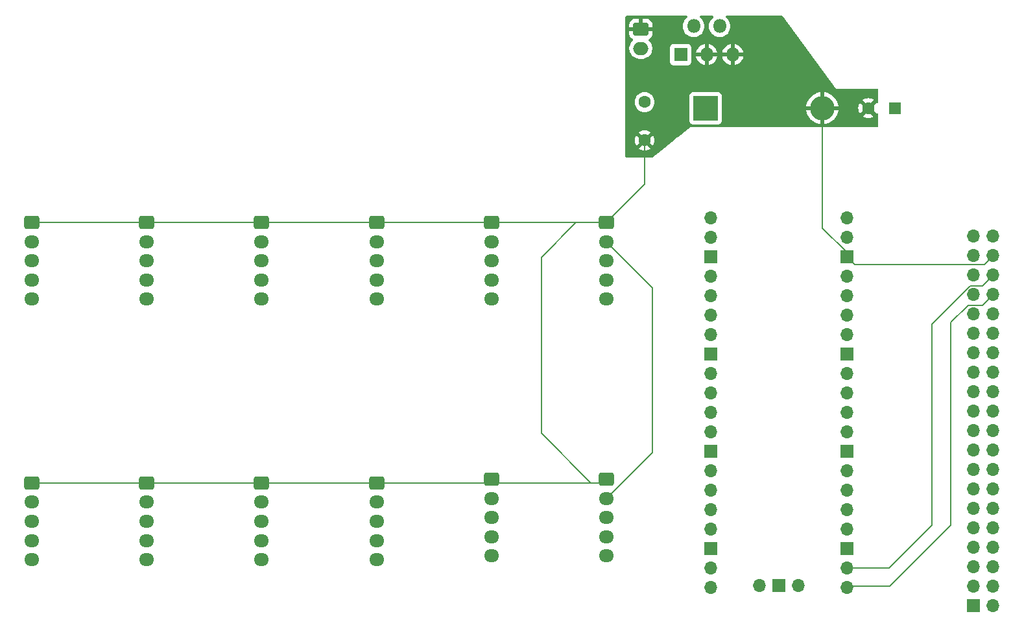
<source format=gbr>
%TF.GenerationSoftware,KiCad,Pcbnew,8.0.8-8.0.8-0~ubuntu24.04.1*%
%TF.CreationDate,2025-05-21T16:34:38-05:00*%
%TF.ProjectId,wasabi,77617361-6269-42e6-9b69-6361645f7063,rev?*%
%TF.SameCoordinates,Original*%
%TF.FileFunction,Copper,L2,Bot*%
%TF.FilePolarity,Positive*%
%FSLAX46Y46*%
G04 Gerber Fmt 4.6, Leading zero omitted, Abs format (unit mm)*
G04 Created by KiCad (PCBNEW 8.0.8-8.0.8-0~ubuntu24.04.1) date 2025-05-21 16:34:38*
%MOMM*%
%LPD*%
G01*
G04 APERTURE LIST*
G04 Aperture macros list*
%AMRoundRect*
0 Rectangle with rounded corners*
0 $1 Rounding radius*
0 $2 $3 $4 $5 $6 $7 $8 $9 X,Y pos of 4 corners*
0 Add a 4 corners polygon primitive as box body*
4,1,4,$2,$3,$4,$5,$6,$7,$8,$9,$2,$3,0*
0 Add four circle primitives for the rounded corners*
1,1,$1+$1,$2,$3*
1,1,$1+$1,$4,$5*
1,1,$1+$1,$6,$7*
1,1,$1+$1,$8,$9*
0 Add four rect primitives between the rounded corners*
20,1,$1+$1,$2,$3,$4,$5,0*
20,1,$1+$1,$4,$5,$6,$7,0*
20,1,$1+$1,$6,$7,$8,$9,0*
20,1,$1+$1,$8,$9,$2,$3,0*%
G04 Aperture macros list end*
%TA.AperFunction,ComponentPad*%
%ADD10R,1.700000X1.700000*%
%TD*%
%TA.AperFunction,ComponentPad*%
%ADD11O,1.700000X1.700000*%
%TD*%
%TA.AperFunction,ComponentPad*%
%ADD12RoundRect,0.250000X-0.725000X0.600000X-0.725000X-0.600000X0.725000X-0.600000X0.725000X0.600000X0*%
%TD*%
%TA.AperFunction,ComponentPad*%
%ADD13O,1.950000X1.700000*%
%TD*%
%TA.AperFunction,ComponentPad*%
%ADD14R,1.600000X1.600000*%
%TD*%
%TA.AperFunction,ComponentPad*%
%ADD15C,1.600000*%
%TD*%
%TA.AperFunction,ComponentPad*%
%ADD16R,1.800000X1.800000*%
%TD*%
%TA.AperFunction,ComponentPad*%
%ADD17O,1.800000X1.800000*%
%TD*%
%TA.AperFunction,ComponentPad*%
%ADD18R,3.200000X3.200000*%
%TD*%
%TA.AperFunction,ComponentPad*%
%ADD19O,3.200000X3.200000*%
%TD*%
%TA.AperFunction,ComponentPad*%
%ADD20RoundRect,0.250000X-0.750000X0.600000X-0.750000X-0.600000X0.750000X-0.600000X0.750000X0.600000X0*%
%TD*%
%TA.AperFunction,ComponentPad*%
%ADD21O,2.000000X1.700000*%
%TD*%
%TA.AperFunction,Conductor*%
%ADD22C,0.200000*%
%TD*%
G04 APERTURE END LIST*
D10*
%TO.P,J2,1,3.3V*%
%TO.N,unconnected-(J2-3.3V-Pad1)*%
X212960000Y-139500000D03*
D11*
%TO.P,J2,2,5V*%
%TO.N,unconnected-(J2-5V-Pad2)*%
X215500000Y-139500000D03*
%TO.P,J2,3,GPIO2*%
%TO.N,unconnected-(J2-GPIO2-Pad3)*%
X212960000Y-136960000D03*
%TO.P,J2,4,5V*%
%TO.N,+5V*%
X215500000Y-136960000D03*
%TO.P,J2,5,GPIO3*%
%TO.N,unconnected-(J2-GPIO3-Pad5)*%
X212960000Y-134420000D03*
%TO.P,J2,6,GND*%
%TO.N,GND*%
X215500000Y-134420000D03*
%TO.P,J2,7,GPIO4*%
%TO.N,unconnected-(J2-GPIO4-Pad7)*%
X212960000Y-131880000D03*
%TO.P,J2,8,GPIO14*%
%TO.N,Net-(J2-GPIO14)*%
X215500000Y-131880000D03*
%TO.P,J2,9,GND*%
%TO.N,unconnected-(J2-GND-Pad9)*%
X212960000Y-129340000D03*
%TO.P,J2,10,GPIO15*%
%TO.N,Net-(J2-GPIO15)*%
X215500000Y-129340000D03*
%TO.P,J2,11,GPIO17*%
%TO.N,unconnected-(J2-GPIO17-Pad11)*%
X212960000Y-126800000D03*
%TO.P,J2,12,GPIO18*%
%TO.N,unconnected-(J2-GPIO18-Pad12)*%
X215500000Y-126800000D03*
%TO.P,J2,13,GPIO27*%
%TO.N,unconnected-(J2-GPIO27-Pad13)*%
X212960000Y-124260000D03*
%TO.P,J2,14,GND*%
%TO.N,unconnected-(J2-GND-Pad14)*%
X215500000Y-124260000D03*
%TO.P,J2,15,GPIO22*%
%TO.N,unconnected-(J2-GPIO22-Pad15)*%
X212960000Y-121720000D03*
%TO.P,J2,16,GPIO23*%
%TO.N,unconnected-(J2-GPIO23-Pad16)*%
X215500000Y-121720000D03*
%TO.P,J2,17,3.3V*%
%TO.N,unconnected-(J2-3.3V-Pad17)*%
X212960000Y-119180000D03*
%TO.P,J2,18,GPIO24*%
%TO.N,unconnected-(J2-GPIO24-Pad18)*%
X215500000Y-119180000D03*
%TO.P,J2,19,GPIO10*%
%TO.N,unconnected-(J2-GPIO10-Pad19)*%
X212960000Y-116640000D03*
%TO.P,J2,20,GND*%
%TO.N,unconnected-(J2-GND-Pad20)*%
X215500000Y-116640000D03*
%TO.P,J2,21,GPIO9*%
%TO.N,unconnected-(J2-GPIO9-Pad21)*%
X212960000Y-114100000D03*
%TO.P,J2,22,GPIO25*%
%TO.N,unconnected-(J2-GPIO25-Pad22)*%
X215500000Y-114100000D03*
%TO.P,J2,23,GPIO11*%
%TO.N,unconnected-(J2-GPIO11-Pad23)*%
X212960000Y-111560000D03*
%TO.P,J2,24,GPIO8*%
%TO.N,unconnected-(J2-GPIO8-Pad24)*%
X215500000Y-111560000D03*
%TO.P,J2,25,GND*%
%TO.N,unconnected-(J2-GND-Pad25)*%
X212960000Y-109020000D03*
%TO.P,J2,26,GPIO7*%
%TO.N,unconnected-(J2-GPIO7-Pad26)*%
X215500000Y-109020000D03*
%TO.P,J2,27,ID_SD*%
%TO.N,unconnected-(J2-ID_SD-Pad27)*%
X212960000Y-106480000D03*
%TO.P,J2,28,ID_SC*%
%TO.N,unconnected-(J2-ID_SC-Pad28)*%
X215500000Y-106480000D03*
%TO.P,J2,29,GPIO5*%
%TO.N,unconnected-(J2-GPIO5-Pad29)*%
X212960000Y-103940000D03*
%TO.P,J2,30,GND*%
%TO.N,unconnected-(J2-GND-Pad30)*%
X215500000Y-103940000D03*
%TO.P,J2,31,GPIO6*%
%TO.N,unconnected-(J2-GPIO6-Pad31)*%
X212960000Y-101400000D03*
%TO.P,J2,32,GPIO12*%
%TO.N,unconnected-(J2-GPIO12-Pad32)*%
X215500000Y-101400000D03*
%TO.P,J2,33,GPIO13*%
%TO.N,unconnected-(J2-GPIO13-Pad33)*%
X212960000Y-98860000D03*
%TO.P,J2,34,GND*%
%TO.N,unconnected-(J2-GND-Pad34)*%
X215500000Y-98860000D03*
%TO.P,J2,35,GPIO19*%
%TO.N,unconnected-(J2-GPIO19-Pad35)*%
X212960000Y-96320000D03*
%TO.P,J2,36,GPIO16*%
%TO.N,unconnected-(J2-GPIO16-Pad36)*%
X215500000Y-96320000D03*
%TO.P,J2,37,GPIO26*%
%TO.N,unconnected-(J2-GPIO26-Pad37)*%
X212960000Y-93780000D03*
%TO.P,J2,38,GPIO20*%
%TO.N,unconnected-(J2-GPIO20-Pad38)*%
X215500000Y-93780000D03*
%TO.P,J2,39,GND*%
%TO.N,unconnected-(J2-GND-Pad39)*%
X212960000Y-91240000D03*
%TO.P,J2,40,GPIO21*%
%TO.N,unconnected-(J2-GPIO21-Pad40)*%
X215500000Y-91240000D03*
%TD*%
D12*
%TO.P,J12,1,Pin_1*%
%TO.N,GND*%
X135000000Y-123500000D03*
D13*
%TO.P,J12,2,Pin_2*%
%TO.N,+24V*%
X135000000Y-126000000D03*
%TO.P,J12,3,Pin_3*%
%TO.N,+5V*%
X135000000Y-128500000D03*
%TO.P,J12,4,Pin_4*%
%TO.N,Net-(J12-Pin_4)*%
X135000000Y-131000000D03*
%TO.P,J12,5,Pin_5*%
%TO.N,Net-(J12-Pin_5)*%
X135000000Y-133500000D03*
%TD*%
D12*
%TO.P,J5,1,Pin_1*%
%TO.N,GND*%
X135000000Y-89500000D03*
D13*
%TO.P,J5,2,Pin_2*%
%TO.N,+24V*%
X135000000Y-92000000D03*
%TO.P,J5,3,Pin_3*%
%TO.N,+5V*%
X135000000Y-94500000D03*
%TO.P,J5,4,Pin_4*%
%TO.N,Net-(J5-Pin_4)*%
X135000000Y-97000000D03*
%TO.P,J5,5,Pin_5*%
%TO.N,Net-(J5-Pin_5)*%
X135000000Y-99500000D03*
%TD*%
D11*
%TO.P,U2,1,GPIO0*%
%TO.N,Net-(J4-Pin_4)*%
X178610000Y-88870000D03*
%TO.P,U2,2,GPIO1*%
%TO.N,Net-(J4-Pin_5)*%
X178610000Y-91410000D03*
D10*
%TO.P,U2,3,GND*%
%TO.N,unconnected-(U2-GND-Pad3)*%
X178610000Y-93950000D03*
D11*
%TO.P,U2,4,GPIO2*%
%TO.N,Net-(J3-Pin_4)*%
X178610000Y-96490000D03*
%TO.P,U2,5,GPIO3*%
%TO.N,Net-(J3-Pin_5)*%
X178610000Y-99030000D03*
%TO.P,U2,6,GPIO4*%
%TO.N,Net-(J5-Pin_4)*%
X178610000Y-101570000D03*
%TO.P,U2,7,GPIO5*%
%TO.N,Net-(J5-Pin_5)*%
X178610000Y-104110000D03*
D10*
%TO.P,U2,8,GND*%
%TO.N,unconnected-(U2-GND-Pad8)*%
X178610000Y-106650000D03*
D11*
%TO.P,U2,9,GPIO6*%
%TO.N,Net-(J6-Pin_4)*%
X178610000Y-109190000D03*
%TO.P,U2,10,GPIO7*%
%TO.N,Net-(J6-Pin_5)*%
X178610000Y-111730000D03*
%TO.P,U2,11,GPIO8*%
%TO.N,Net-(J7-Pin_4)*%
X178610000Y-114270000D03*
%TO.P,U2,12,GPIO9*%
%TO.N,Net-(J7-Pin_5)*%
X178610000Y-116810000D03*
D10*
%TO.P,U2,13,GND*%
%TO.N,unconnected-(U2-GND-Pad13)*%
X178610000Y-119350000D03*
D11*
%TO.P,U2,14,GPIO10*%
%TO.N,Net-(J8-Pin_4)*%
X178610000Y-121890000D03*
%TO.P,U2,15,GPIO11*%
%TO.N,Net-(J8-Pin_5)*%
X178610000Y-124430000D03*
%TO.P,U2,16,GPIO12*%
%TO.N,Net-(J14-Pin_4)*%
X178610000Y-126970000D03*
%TO.P,U2,17,GPIO13*%
%TO.N,Net-(J14-Pin_5)*%
X178610000Y-129510000D03*
D10*
%TO.P,U2,18,GND*%
%TO.N,unconnected-(U2-GND-Pad18)*%
X178610000Y-132050000D03*
D11*
%TO.P,U2,19,GPIO14*%
%TO.N,Net-(J13-Pin_4)*%
X178610000Y-134590000D03*
%TO.P,U2,20,GPIO15*%
%TO.N,Net-(J13-Pin_5)*%
X178610000Y-137130000D03*
%TO.P,U2,21,GPIO16*%
%TO.N,Net-(J2-GPIO15)*%
X196390000Y-137130000D03*
%TO.P,U2,22,GPIO17*%
%TO.N,Net-(J2-GPIO14)*%
X196390000Y-134590000D03*
D10*
%TO.P,U2,23,GND*%
%TO.N,unconnected-(U2-GND-Pad23)*%
X196390000Y-132050000D03*
D11*
%TO.P,U2,24,GPIO18*%
%TO.N,Net-(J12-Pin_4)*%
X196390000Y-129510000D03*
%TO.P,U2,25,GPIO19*%
%TO.N,Net-(J12-Pin_5)*%
X196390000Y-126970000D03*
%TO.P,U2,26,GPIO20*%
%TO.N,Net-(J11-Pin_4)*%
X196390000Y-124430000D03*
%TO.P,U2,27,GPIO21*%
%TO.N,Net-(J11-Pin_5)*%
X196390000Y-121890000D03*
D10*
%TO.P,U2,28,GND*%
%TO.N,unconnected-(U2-GND-Pad28)*%
X196390000Y-119350000D03*
D11*
%TO.P,U2,29,GPIO22*%
%TO.N,Net-(J10-Pin_4)*%
X196390000Y-116810000D03*
%TO.P,U2,30,RUN*%
%TO.N,unconnected-(U2-RUN-Pad30)*%
X196390000Y-114270000D03*
%TO.P,U2,31,GPIO26_ADC0*%
%TO.N,Net-(J10-Pin_5)*%
X196390000Y-111730000D03*
%TO.P,U2,32,GPIO27_ADC1*%
%TO.N,Net-(J9-Pin_4)*%
X196390000Y-109190000D03*
D10*
%TO.P,U2,33,AGND*%
%TO.N,unconnected-(U2-AGND-Pad33)*%
X196390000Y-106650000D03*
D11*
%TO.P,U2,34,GPIO28_ADC2*%
%TO.N,Net-(J9-Pin_5)*%
X196390000Y-104110000D03*
%TO.P,U2,35,ADC_VREF*%
%TO.N,unconnected-(U2-ADC_VREF-Pad35)*%
X196390000Y-101570000D03*
%TO.P,U2,36,3V3*%
%TO.N,unconnected-(U2-3V3-Pad36)*%
X196390000Y-99030000D03*
%TO.P,U2,37,3V3_EN*%
%TO.N,unconnected-(U2-3V3_EN-Pad37)*%
X196390000Y-96490000D03*
D10*
%TO.P,U2,38,GND*%
%TO.N,GND*%
X196390000Y-93950000D03*
D11*
%TO.P,U2,39,VSYS*%
%TO.N,+5V*%
X196390000Y-91410000D03*
%TO.P,U2,40,VBUS*%
%TO.N,unconnected-(U2-VBUS-Pad40)*%
X196390000Y-88870000D03*
%TO.P,U2,41,SWCLK*%
%TO.N,unconnected-(U2-SWCLK-Pad41)*%
X184960000Y-136900000D03*
D10*
%TO.P,U2,42,GND*%
%TO.N,unconnected-(U2-GND-Pad42)*%
X187500000Y-136900000D03*
D11*
%TO.P,U2,43,SWDIO*%
%TO.N,unconnected-(U2-SWDIO-Pad43)*%
X190040000Y-136900000D03*
%TD*%
D14*
%TO.P,C2,1*%
%TO.N,+5V*%
X202700000Y-74550000D03*
D15*
%TO.P,C2,2*%
%TO.N,GND*%
X199200000Y-74550000D03*
%TD*%
D12*
%TO.P,J13,1,Pin_1*%
%TO.N,GND*%
X150000000Y-123000000D03*
D13*
%TO.P,J13,2,Pin_2*%
%TO.N,+24V*%
X150000000Y-125500000D03*
%TO.P,J13,3,Pin_3*%
%TO.N,+5V*%
X150000000Y-128000000D03*
%TO.P,J13,4,Pin_4*%
%TO.N,Net-(J13-Pin_4)*%
X150000000Y-130500000D03*
%TO.P,J13,5,Pin_5*%
%TO.N,Net-(J13-Pin_5)*%
X150000000Y-133000000D03*
%TD*%
D15*
%TO.P,C1,1*%
%TO.N,+24V*%
X170000000Y-73750000D03*
%TO.P,C1,2*%
%TO.N,GND*%
X170000000Y-78750000D03*
%TD*%
D12*
%TO.P,J3,1,Pin_1*%
%TO.N,GND*%
X150000000Y-89500000D03*
D13*
%TO.P,J3,2,Pin_2*%
%TO.N,+24V*%
X150000000Y-92000000D03*
%TO.P,J3,3,Pin_3*%
%TO.N,+5V*%
X150000000Y-94500000D03*
%TO.P,J3,4,Pin_4*%
%TO.N,Net-(J3-Pin_4)*%
X150000000Y-97000000D03*
%TO.P,J3,5,Pin_5*%
%TO.N,Net-(J3-Pin_5)*%
X150000000Y-99500000D03*
%TD*%
D12*
%TO.P,J8,1,Pin_1*%
%TO.N,GND*%
X90000000Y-89500000D03*
D13*
%TO.P,J8,2,Pin_2*%
%TO.N,+24V*%
X90000000Y-92000000D03*
%TO.P,J8,3,Pin_3*%
%TO.N,+5V*%
X90000000Y-94500000D03*
%TO.P,J8,4,Pin_4*%
%TO.N,Net-(J8-Pin_4)*%
X90000000Y-97000000D03*
%TO.P,J8,5,Pin_5*%
%TO.N,Net-(J8-Pin_5)*%
X90000000Y-99500000D03*
%TD*%
D16*
%TO.P,U1,1,VIN*%
%TO.N,+24V*%
X174700000Y-67550000D03*
D17*
%TO.P,U1,2,OUT*%
%TO.N,Net-(D1-K)*%
X176400000Y-63850000D03*
%TO.P,U1,3,GND*%
%TO.N,GND*%
X178100000Y-67550000D03*
%TO.P,U1,4,FB*%
%TO.N,+5V*%
X179800000Y-63850000D03*
%TO.P,U1,5,~{ON}/OFF*%
%TO.N,GND*%
X181500000Y-67550000D03*
%TD*%
D12*
%TO.P,J11,1,Pin_1*%
%TO.N,GND*%
X120000000Y-123500000D03*
D13*
%TO.P,J11,2,Pin_2*%
%TO.N,+24V*%
X120000000Y-126000000D03*
%TO.P,J11,3,Pin_3*%
%TO.N,+5V*%
X120000000Y-128500000D03*
%TO.P,J11,4,Pin_4*%
%TO.N,Net-(J11-Pin_4)*%
X120000000Y-131000000D03*
%TO.P,J11,5,Pin_5*%
%TO.N,Net-(J11-Pin_5)*%
X120000000Y-133500000D03*
%TD*%
D12*
%TO.P,J4,1,Pin_1*%
%TO.N,GND*%
X165000000Y-89500000D03*
D13*
%TO.P,J4,2,Pin_2*%
%TO.N,+24V*%
X165000000Y-92000000D03*
%TO.P,J4,3,Pin_3*%
%TO.N,+5V*%
X165000000Y-94500000D03*
%TO.P,J4,4,Pin_4*%
%TO.N,Net-(J4-Pin_4)*%
X165000000Y-97000000D03*
%TO.P,J4,5,Pin_5*%
%TO.N,Net-(J4-Pin_5)*%
X165000000Y-99500000D03*
%TD*%
D18*
%TO.P,D1,1,K*%
%TO.N,Net-(D1-K)*%
X177960000Y-74550000D03*
D19*
%TO.P,D1,2,A*%
%TO.N,GND*%
X193200000Y-74550000D03*
%TD*%
D12*
%TO.P,J6,1,Pin_1*%
%TO.N,GND*%
X120000000Y-89500000D03*
D13*
%TO.P,J6,2,Pin_2*%
%TO.N,+24V*%
X120000000Y-92000000D03*
%TO.P,J6,3,Pin_3*%
%TO.N,+5V*%
X120000000Y-94500000D03*
%TO.P,J6,4,Pin_4*%
%TO.N,Net-(J6-Pin_4)*%
X120000000Y-97000000D03*
%TO.P,J6,5,Pin_5*%
%TO.N,Net-(J6-Pin_5)*%
X120000000Y-99500000D03*
%TD*%
D12*
%TO.P,J9,1,Pin_1*%
%TO.N,GND*%
X90000000Y-123500000D03*
D13*
%TO.P,J9,2,Pin_2*%
%TO.N,+24V*%
X90000000Y-126000000D03*
%TO.P,J9,3,Pin_3*%
%TO.N,+5V*%
X90000000Y-128500000D03*
%TO.P,J9,4,Pin_4*%
%TO.N,Net-(J9-Pin_4)*%
X90000000Y-131000000D03*
%TO.P,J9,5,Pin_5*%
%TO.N,Net-(J9-Pin_5)*%
X90000000Y-133500000D03*
%TD*%
D12*
%TO.P,J10,1,Pin_1*%
%TO.N,GND*%
X105000000Y-123500000D03*
D13*
%TO.P,J10,2,Pin_2*%
%TO.N,+24V*%
X105000000Y-126000000D03*
%TO.P,J10,3,Pin_3*%
%TO.N,+5V*%
X105000000Y-128500000D03*
%TO.P,J10,4,Pin_4*%
%TO.N,Net-(J10-Pin_4)*%
X105000000Y-131000000D03*
%TO.P,J10,5,Pin_5*%
%TO.N,Net-(J10-Pin_5)*%
X105000000Y-133500000D03*
%TD*%
D20*
%TO.P,J1,1,Pin_1*%
%TO.N,GND*%
X169500000Y-64250000D03*
D21*
%TO.P,J1,2,Pin_2*%
%TO.N,+24V*%
X169500000Y-66750000D03*
%TD*%
D12*
%TO.P,J7,1,Pin_1*%
%TO.N,GND*%
X105000000Y-89500000D03*
D13*
%TO.P,J7,2,Pin_2*%
%TO.N,+24V*%
X105000000Y-92000000D03*
%TO.P,J7,3,Pin_3*%
%TO.N,+5V*%
X105000000Y-94500000D03*
%TO.P,J7,4,Pin_4*%
%TO.N,Net-(J7-Pin_4)*%
X105000000Y-97000000D03*
%TO.P,J7,5,Pin_5*%
%TO.N,Net-(J7-Pin_5)*%
X105000000Y-99500000D03*
%TD*%
D12*
%TO.P,J14,1,Pin_1*%
%TO.N,GND*%
X165000000Y-123000000D03*
D13*
%TO.P,J14,2,Pin_2*%
%TO.N,+24V*%
X165000000Y-125500000D03*
%TO.P,J14,3,Pin_3*%
%TO.N,+5V*%
X165000000Y-128000000D03*
%TO.P,J14,4,Pin_4*%
%TO.N,Net-(J14-Pin_4)*%
X165000000Y-130500000D03*
%TO.P,J14,5,Pin_5*%
%TO.N,Net-(J14-Pin_5)*%
X165000000Y-133000000D03*
%TD*%
D22*
%TO.N,+24V*%
X165000000Y-92000000D02*
X171000000Y-98000000D01*
X171000000Y-119500000D02*
X165000000Y-125500000D01*
X171000000Y-98000000D02*
X171000000Y-119500000D01*
%TO.N,GND*%
X163000000Y-123500000D02*
X164500000Y-123500000D01*
X90000000Y-89500000D02*
X165000000Y-89500000D01*
X165000000Y-89500000D02*
X161000000Y-89500000D01*
X170000000Y-78750000D02*
X170000000Y-84500000D01*
X193200000Y-90200000D02*
X193200000Y-74550000D01*
X164500000Y-123500000D02*
X165000000Y-123000000D01*
X196390000Y-93390000D02*
X193200000Y-90200000D01*
X197410000Y-94970000D02*
X196390000Y-93950000D01*
X196390000Y-93950000D02*
X196390000Y-93390000D01*
X170000000Y-84500000D02*
X165000000Y-89500000D01*
X156500000Y-94000000D02*
X156500000Y-117000000D01*
X90000000Y-123500000D02*
X163000000Y-123500000D01*
X161000000Y-89500000D02*
X156500000Y-94000000D01*
X156500000Y-117000000D02*
X163000000Y-123500000D01*
X215540000Y-93820000D02*
X214390000Y-94970000D01*
X214390000Y-94970000D02*
X197410000Y-94970000D01*
%TO.N,Net-(J2-GPIO14)*%
X207500000Y-102773654D02*
X212523654Y-97750000D01*
X201910000Y-134590000D02*
X207500000Y-129000000D01*
X214150000Y-97750000D02*
X215540000Y-96360000D01*
X207500000Y-129000000D02*
X207500000Y-102773654D01*
X212523654Y-97750000D02*
X214150000Y-97750000D01*
X196390000Y-134590000D02*
X201910000Y-134590000D01*
%TO.N,Net-(J2-GPIO15)*%
X212210000Y-100290000D02*
X210000000Y-102500000D01*
X196520000Y-137000000D02*
X196390000Y-137130000D01*
X202000000Y-137000000D02*
X196520000Y-137000000D01*
X214150000Y-100290000D02*
X212210000Y-100290000D01*
X215540000Y-98900000D02*
X214150000Y-100290000D01*
X210000000Y-129000000D02*
X202000000Y-137000000D01*
X210000000Y-102500000D02*
X210000000Y-129000000D01*
%TD*%
%TA.AperFunction,Conductor*%
%TO.N,GND*%
G36*
X175560164Y-62519685D02*
G01*
X175605919Y-62572489D01*
X175615863Y-62641647D01*
X175586838Y-62705203D01*
X175569287Y-62721853D01*
X175448222Y-62816081D01*
X175448219Y-62816084D01*
X175291016Y-62986852D01*
X175164075Y-63181151D01*
X175070842Y-63393699D01*
X175013866Y-63618691D01*
X175013864Y-63618702D01*
X174994700Y-63849993D01*
X174994700Y-63850006D01*
X175013864Y-64081297D01*
X175013866Y-64081308D01*
X175070842Y-64306300D01*
X175164075Y-64518848D01*
X175291016Y-64713147D01*
X175291019Y-64713151D01*
X175291021Y-64713153D01*
X175448216Y-64883913D01*
X175448219Y-64883915D01*
X175448222Y-64883918D01*
X175631365Y-65026464D01*
X175631371Y-65026468D01*
X175631374Y-65026470D01*
X175835497Y-65136936D01*
X175949487Y-65176068D01*
X176055015Y-65212297D01*
X176055017Y-65212297D01*
X176055019Y-65212298D01*
X176283951Y-65250500D01*
X176283952Y-65250500D01*
X176516048Y-65250500D01*
X176516049Y-65250500D01*
X176744981Y-65212298D01*
X176964503Y-65136936D01*
X177168626Y-65026470D01*
X177351784Y-64883913D01*
X177508979Y-64713153D01*
X177635924Y-64518849D01*
X177729157Y-64306300D01*
X177786134Y-64081305D01*
X177786135Y-64081297D01*
X177805300Y-63850006D01*
X177805300Y-63849993D01*
X177786135Y-63618702D01*
X177786133Y-63618691D01*
X177729157Y-63393699D01*
X177635924Y-63181151D01*
X177508983Y-62986852D01*
X177508980Y-62986849D01*
X177508979Y-62986847D01*
X177351784Y-62816087D01*
X177351779Y-62816083D01*
X177351777Y-62816081D01*
X177230713Y-62721853D01*
X177189900Y-62665143D01*
X177186225Y-62595370D01*
X177220857Y-62534687D01*
X177282798Y-62502360D01*
X177306875Y-62500000D01*
X178893125Y-62500000D01*
X178960164Y-62519685D01*
X179005919Y-62572489D01*
X179015863Y-62641647D01*
X178986838Y-62705203D01*
X178969287Y-62721853D01*
X178848222Y-62816081D01*
X178848219Y-62816084D01*
X178691016Y-62986852D01*
X178564075Y-63181151D01*
X178470842Y-63393699D01*
X178413866Y-63618691D01*
X178413864Y-63618702D01*
X178394700Y-63849993D01*
X178394700Y-63850006D01*
X178413864Y-64081297D01*
X178413866Y-64081308D01*
X178470842Y-64306300D01*
X178564075Y-64518848D01*
X178691016Y-64713147D01*
X178691019Y-64713151D01*
X178691021Y-64713153D01*
X178848216Y-64883913D01*
X178848219Y-64883915D01*
X178848222Y-64883918D01*
X179031365Y-65026464D01*
X179031371Y-65026468D01*
X179031374Y-65026470D01*
X179235497Y-65136936D01*
X179349487Y-65176068D01*
X179455015Y-65212297D01*
X179455017Y-65212297D01*
X179455019Y-65212298D01*
X179683951Y-65250500D01*
X179683952Y-65250500D01*
X179916048Y-65250500D01*
X179916049Y-65250500D01*
X180144981Y-65212298D01*
X180364503Y-65136936D01*
X180568626Y-65026470D01*
X180751784Y-64883913D01*
X180908979Y-64713153D01*
X181035924Y-64518849D01*
X181129157Y-64306300D01*
X181186134Y-64081305D01*
X181186135Y-64081297D01*
X181205300Y-63850006D01*
X181205300Y-63849993D01*
X181186135Y-63618702D01*
X181186133Y-63618691D01*
X181129157Y-63393699D01*
X181035924Y-63181151D01*
X180908983Y-62986852D01*
X180908980Y-62986849D01*
X180908979Y-62986847D01*
X180751784Y-62816087D01*
X180751779Y-62816083D01*
X180751777Y-62816081D01*
X180630713Y-62721853D01*
X180589900Y-62665143D01*
X180586225Y-62595370D01*
X180620857Y-62534687D01*
X180682798Y-62502360D01*
X180706875Y-62500000D01*
X187937342Y-62500000D01*
X188004381Y-62519685D01*
X188037167Y-62550441D01*
X195000000Y-72000000D01*
X200376000Y-72000000D01*
X200443039Y-72019685D01*
X200488794Y-72072489D01*
X200500000Y-72124000D01*
X200500000Y-73746833D01*
X200480315Y-73813872D01*
X200427511Y-73859627D01*
X200358353Y-73869571D01*
X200294797Y-73840546D01*
X200280463Y-73824652D01*
X200279025Y-73824526D01*
X199600000Y-74503551D01*
X199600000Y-74497339D01*
X199572741Y-74395606D01*
X199520080Y-74304394D01*
X199445606Y-74229920D01*
X199354394Y-74177259D01*
X199252661Y-74150000D01*
X199246445Y-74150000D01*
X199925472Y-73470974D01*
X199852478Y-73419863D01*
X199646331Y-73323735D01*
X199646317Y-73323730D01*
X199426610Y-73264860D01*
X199426599Y-73264858D01*
X199200002Y-73245034D01*
X199199998Y-73245034D01*
X198973400Y-73264858D01*
X198973389Y-73264860D01*
X198753682Y-73323730D01*
X198753673Y-73323734D01*
X198547516Y-73419866D01*
X198547512Y-73419868D01*
X198474526Y-73470973D01*
X198474526Y-73470974D01*
X199153553Y-74150000D01*
X199147339Y-74150000D01*
X199045606Y-74177259D01*
X198954394Y-74229920D01*
X198879920Y-74304394D01*
X198827259Y-74395606D01*
X198800000Y-74497339D01*
X198800000Y-74503552D01*
X198120974Y-73824526D01*
X198120973Y-73824526D01*
X198069868Y-73897512D01*
X198069866Y-73897516D01*
X197973734Y-74103673D01*
X197973730Y-74103682D01*
X197914860Y-74323389D01*
X197914858Y-74323400D01*
X197895034Y-74549997D01*
X197895034Y-74550002D01*
X197914858Y-74776599D01*
X197914860Y-74776610D01*
X197973730Y-74996317D01*
X197973735Y-74996331D01*
X198069863Y-75202478D01*
X198120974Y-75275472D01*
X198800000Y-74596446D01*
X198800000Y-74602661D01*
X198827259Y-74704394D01*
X198879920Y-74795606D01*
X198954394Y-74870080D01*
X199045606Y-74922741D01*
X199147339Y-74950000D01*
X199153553Y-74950000D01*
X198474526Y-75629025D01*
X198547513Y-75680132D01*
X198547521Y-75680136D01*
X198753668Y-75776264D01*
X198753682Y-75776269D01*
X198973389Y-75835139D01*
X198973400Y-75835141D01*
X199199998Y-75854966D01*
X199200002Y-75854966D01*
X199426599Y-75835141D01*
X199426610Y-75835139D01*
X199646317Y-75776269D01*
X199646331Y-75776264D01*
X199852478Y-75680136D01*
X199925471Y-75629024D01*
X199246447Y-74950000D01*
X199252661Y-74950000D01*
X199354394Y-74922741D01*
X199445606Y-74870080D01*
X199520080Y-74795606D01*
X199572741Y-74704394D01*
X199600000Y-74602661D01*
X199600000Y-74596447D01*
X200279025Y-75275472D01*
X200283086Y-75275116D01*
X200329003Y-75238415D01*
X200398502Y-75231223D01*
X200460856Y-75262746D01*
X200496269Y-75322976D01*
X200500000Y-75353164D01*
X200500000Y-76876000D01*
X200480315Y-76943039D01*
X200427511Y-76988794D01*
X200376000Y-77000000D01*
X176000000Y-77000000D01*
X175345338Y-77523730D01*
X175345333Y-77523734D01*
X175225168Y-77619866D01*
X174719343Y-78024526D01*
X174370398Y-78303682D01*
X174254443Y-78396446D01*
X173529238Y-78976610D01*
X172181293Y-80054966D01*
X171033965Y-80972828D01*
X170969319Y-80999336D01*
X170956503Y-81000000D01*
X167624000Y-81000000D01*
X167556961Y-80980315D01*
X167511206Y-80927511D01*
X167500000Y-80876000D01*
X167500000Y-78749997D01*
X168695034Y-78749997D01*
X168695034Y-78750002D01*
X168714858Y-78976599D01*
X168714860Y-78976610D01*
X168773730Y-79196317D01*
X168773735Y-79196331D01*
X168869863Y-79402478D01*
X168920974Y-79475472D01*
X169600000Y-78796446D01*
X169600000Y-78802661D01*
X169627259Y-78904394D01*
X169679920Y-78995606D01*
X169754394Y-79070080D01*
X169845606Y-79122741D01*
X169947339Y-79150000D01*
X169953553Y-79150000D01*
X169274526Y-79829025D01*
X169347513Y-79880132D01*
X169347521Y-79880136D01*
X169553668Y-79976264D01*
X169553682Y-79976269D01*
X169773389Y-80035139D01*
X169773400Y-80035141D01*
X169999998Y-80054966D01*
X170000002Y-80054966D01*
X170226599Y-80035141D01*
X170226610Y-80035139D01*
X170446317Y-79976269D01*
X170446331Y-79976264D01*
X170652478Y-79880136D01*
X170725471Y-79829024D01*
X170046447Y-79150000D01*
X170052661Y-79150000D01*
X170154394Y-79122741D01*
X170245606Y-79070080D01*
X170320080Y-78995606D01*
X170372741Y-78904394D01*
X170400000Y-78802661D01*
X170400000Y-78796447D01*
X171079024Y-79475471D01*
X171130136Y-79402478D01*
X171226264Y-79196331D01*
X171226269Y-79196317D01*
X171285139Y-78976610D01*
X171285141Y-78976599D01*
X171304966Y-78750002D01*
X171304966Y-78749997D01*
X171285141Y-78523400D01*
X171285139Y-78523389D01*
X171226269Y-78303682D01*
X171226264Y-78303668D01*
X171130136Y-78097521D01*
X171130132Y-78097513D01*
X171079025Y-78024526D01*
X170400000Y-78703551D01*
X170400000Y-78697339D01*
X170372741Y-78595606D01*
X170320080Y-78504394D01*
X170245606Y-78429920D01*
X170154394Y-78377259D01*
X170052661Y-78350000D01*
X170046445Y-78350000D01*
X170725472Y-77670974D01*
X170652478Y-77619863D01*
X170446331Y-77523735D01*
X170446317Y-77523730D01*
X170226610Y-77464860D01*
X170226599Y-77464858D01*
X170000002Y-77445034D01*
X169999998Y-77445034D01*
X169773400Y-77464858D01*
X169773389Y-77464860D01*
X169553682Y-77523730D01*
X169553673Y-77523734D01*
X169347516Y-77619866D01*
X169347512Y-77619868D01*
X169274526Y-77670973D01*
X169274526Y-77670974D01*
X169953553Y-78350000D01*
X169947339Y-78350000D01*
X169845606Y-78377259D01*
X169754394Y-78429920D01*
X169679920Y-78504394D01*
X169627259Y-78595606D01*
X169600000Y-78697339D01*
X169600000Y-78703552D01*
X168920974Y-78024526D01*
X168920973Y-78024526D01*
X168869868Y-78097512D01*
X168869866Y-78097516D01*
X168773734Y-78303673D01*
X168773730Y-78303682D01*
X168714860Y-78523389D01*
X168714858Y-78523400D01*
X168695034Y-78749997D01*
X167500000Y-78749997D01*
X167500000Y-73749998D01*
X168694532Y-73749998D01*
X168694532Y-73750001D01*
X168714364Y-73976686D01*
X168714366Y-73976697D01*
X168773258Y-74196488D01*
X168773261Y-74196497D01*
X168869431Y-74402732D01*
X168869432Y-74402734D01*
X168999954Y-74589141D01*
X169160858Y-74750045D01*
X169160861Y-74750047D01*
X169347266Y-74880568D01*
X169553504Y-74976739D01*
X169773308Y-75035635D01*
X169935230Y-75049801D01*
X169999998Y-75055468D01*
X170000000Y-75055468D01*
X170000002Y-75055468D01*
X170056673Y-75050509D01*
X170226692Y-75035635D01*
X170446496Y-74976739D01*
X170652734Y-74880568D01*
X170839139Y-74750047D01*
X171000047Y-74589139D01*
X171130568Y-74402734D01*
X171226739Y-74196496D01*
X171285635Y-73976692D01*
X171305468Y-73750000D01*
X171285635Y-73523308D01*
X171226739Y-73303504D01*
X171130568Y-73097266D01*
X171000047Y-72910861D01*
X171000045Y-72910858D01*
X170991322Y-72902135D01*
X175859500Y-72902135D01*
X175859500Y-76197870D01*
X175859501Y-76197876D01*
X175865908Y-76257483D01*
X175916202Y-76392328D01*
X175916206Y-76392335D01*
X176002452Y-76507544D01*
X176002455Y-76507547D01*
X176117664Y-76593793D01*
X176117671Y-76593797D01*
X176252517Y-76644091D01*
X176252516Y-76644091D01*
X176259444Y-76644835D01*
X176312127Y-76650500D01*
X179607872Y-76650499D01*
X179667483Y-76644091D01*
X179802331Y-76593796D01*
X179917546Y-76507546D01*
X180003796Y-76392331D01*
X180054091Y-76257483D01*
X180060500Y-76197873D01*
X180060499Y-74299999D01*
X191112192Y-74299999D01*
X191112193Y-74300000D01*
X192437639Y-74300000D01*
X192430743Y-74316649D01*
X192400000Y-74471207D01*
X192400000Y-74628793D01*
X192430743Y-74783351D01*
X192437639Y-74800000D01*
X191112193Y-74800000D01*
X191114697Y-74836619D01*
X191173146Y-75117888D01*
X191173150Y-75117902D01*
X191269355Y-75388595D01*
X191401527Y-75643676D01*
X191567204Y-75878385D01*
X191567204Y-75878386D01*
X191763288Y-76088341D01*
X191986135Y-76269641D01*
X191986146Y-76269648D01*
X192231607Y-76418917D01*
X192495108Y-76533371D01*
X192771737Y-76610879D01*
X192771746Y-76610881D01*
X192949999Y-76635380D01*
X192950000Y-76635380D01*
X192950000Y-75312360D01*
X192966649Y-75319257D01*
X193121207Y-75350000D01*
X193278793Y-75350000D01*
X193433351Y-75319257D01*
X193450000Y-75312360D01*
X193450000Y-76635380D01*
X193628253Y-76610881D01*
X193628262Y-76610879D01*
X193904891Y-76533371D01*
X194168392Y-76418917D01*
X194413853Y-76269648D01*
X194413864Y-76269641D01*
X194636711Y-76088341D01*
X194832795Y-75878386D01*
X194832795Y-75878385D01*
X194998472Y-75643676D01*
X195130644Y-75388595D01*
X195226849Y-75117902D01*
X195226853Y-75117888D01*
X195285302Y-74836619D01*
X195287807Y-74800000D01*
X193962361Y-74800000D01*
X193969257Y-74783351D01*
X194000000Y-74628793D01*
X194000000Y-74471207D01*
X193969257Y-74316649D01*
X193962361Y-74300000D01*
X195287807Y-74300000D01*
X195287807Y-74299999D01*
X195285302Y-74263380D01*
X195226853Y-73982111D01*
X195226846Y-73982086D01*
X195130644Y-73711404D01*
X194998472Y-73456323D01*
X194832795Y-73221614D01*
X194832795Y-73221613D01*
X194636711Y-73011658D01*
X194413864Y-72830358D01*
X194413853Y-72830351D01*
X194168392Y-72681082D01*
X193904891Y-72566628D01*
X193628262Y-72489120D01*
X193628255Y-72489119D01*
X193450000Y-72464618D01*
X193450000Y-73787639D01*
X193433351Y-73780743D01*
X193278793Y-73750000D01*
X193121207Y-73750000D01*
X192966649Y-73780743D01*
X192950000Y-73787639D01*
X192950000Y-72464618D01*
X192771744Y-72489119D01*
X192771737Y-72489120D01*
X192495108Y-72566628D01*
X192231607Y-72681082D01*
X191986146Y-72830351D01*
X191986135Y-72830358D01*
X191763288Y-73011658D01*
X191567204Y-73221613D01*
X191567204Y-73221614D01*
X191401527Y-73456323D01*
X191269355Y-73711404D01*
X191173154Y-73982086D01*
X191173146Y-73982111D01*
X191114697Y-74263380D01*
X191112192Y-74299999D01*
X180060499Y-74299999D01*
X180060499Y-72902128D01*
X180054091Y-72842517D01*
X180049553Y-72830351D01*
X180003797Y-72707671D01*
X180003793Y-72707664D01*
X179917547Y-72592455D01*
X179917544Y-72592452D01*
X179802335Y-72506206D01*
X179802328Y-72506202D01*
X179667482Y-72455908D01*
X179667483Y-72455908D01*
X179607883Y-72449501D01*
X179607881Y-72449500D01*
X179607873Y-72449500D01*
X179607864Y-72449500D01*
X176312129Y-72449500D01*
X176312123Y-72449501D01*
X176252516Y-72455908D01*
X176117671Y-72506202D01*
X176117664Y-72506206D01*
X176002455Y-72592452D01*
X176002452Y-72592455D01*
X175916206Y-72707664D01*
X175916202Y-72707671D01*
X175865908Y-72842517D01*
X175859501Y-72902116D01*
X175859501Y-72902123D01*
X175859500Y-72902135D01*
X170991322Y-72902135D01*
X170839141Y-72749954D01*
X170652734Y-72619432D01*
X170652732Y-72619431D01*
X170446497Y-72523261D01*
X170446488Y-72523258D01*
X170226697Y-72464366D01*
X170226693Y-72464365D01*
X170226692Y-72464365D01*
X170226691Y-72464364D01*
X170226686Y-72464364D01*
X170000002Y-72444532D01*
X169999998Y-72444532D01*
X169773313Y-72464364D01*
X169773302Y-72464366D01*
X169553511Y-72523258D01*
X169553502Y-72523261D01*
X169347267Y-72619431D01*
X169347265Y-72619432D01*
X169160858Y-72749954D01*
X168999954Y-72910858D01*
X168869432Y-73097265D01*
X168869431Y-73097267D01*
X168773261Y-73303502D01*
X168773258Y-73303511D01*
X168714366Y-73523302D01*
X168714364Y-73523313D01*
X168694532Y-73749998D01*
X167500000Y-73749998D01*
X167500000Y-66643713D01*
X167999500Y-66643713D01*
X167999500Y-66856286D01*
X168028198Y-67037482D01*
X168032754Y-67066243D01*
X168080208Y-67212292D01*
X168098444Y-67268414D01*
X168194951Y-67457820D01*
X168319890Y-67629786D01*
X168470213Y-67780109D01*
X168642179Y-67905048D01*
X168642181Y-67905049D01*
X168642184Y-67905051D01*
X168831588Y-68001557D01*
X169033757Y-68067246D01*
X169243713Y-68100500D01*
X169243714Y-68100500D01*
X169756286Y-68100500D01*
X169756287Y-68100500D01*
X169966243Y-68067246D01*
X170168412Y-68001557D01*
X170357816Y-67905051D01*
X170381687Y-67887708D01*
X170529786Y-67780109D01*
X170529788Y-67780106D01*
X170529792Y-67780104D01*
X170680104Y-67629792D01*
X170680106Y-67629788D01*
X170680109Y-67629786D01*
X170805048Y-67457820D01*
X170805047Y-67457820D01*
X170805051Y-67457816D01*
X170901557Y-67268412D01*
X170967246Y-67066243D01*
X171000500Y-66856287D01*
X171000500Y-66643713D01*
X170993915Y-66602135D01*
X173299500Y-66602135D01*
X173299500Y-68497870D01*
X173299501Y-68497876D01*
X173305908Y-68557483D01*
X173356202Y-68692328D01*
X173356206Y-68692335D01*
X173442452Y-68807544D01*
X173442455Y-68807547D01*
X173557664Y-68893793D01*
X173557671Y-68893797D01*
X173692517Y-68944091D01*
X173692516Y-68944091D01*
X173699444Y-68944835D01*
X173752127Y-68950500D01*
X175647872Y-68950499D01*
X175707483Y-68944091D01*
X175842331Y-68893796D01*
X175957546Y-68807546D01*
X176043796Y-68692331D01*
X176094091Y-68557483D01*
X176100500Y-68497873D01*
X176100499Y-67300000D01*
X176719117Y-67300000D01*
X177609252Y-67300000D01*
X177587482Y-67337708D01*
X177550000Y-67477591D01*
X177550000Y-67622409D01*
X177587482Y-67762292D01*
X177609252Y-67800000D01*
X176719117Y-67800000D01*
X176771317Y-68006135D01*
X176864516Y-68218609D01*
X176991414Y-68412842D01*
X177148558Y-68583545D01*
X177148562Y-68583548D01*
X177331644Y-68726047D01*
X177331648Y-68726050D01*
X177535697Y-68836476D01*
X177535706Y-68836479D01*
X177755139Y-68911811D01*
X177849999Y-68927640D01*
X177850000Y-68927639D01*
X177850000Y-68040747D01*
X177887708Y-68062518D01*
X178027591Y-68100000D01*
X178172409Y-68100000D01*
X178312292Y-68062518D01*
X178350000Y-68040747D01*
X178350000Y-68927640D01*
X178444860Y-68911811D01*
X178664293Y-68836479D01*
X178664302Y-68836476D01*
X178868351Y-68726050D01*
X178868355Y-68726047D01*
X179051437Y-68583548D01*
X179051441Y-68583545D01*
X179208585Y-68412842D01*
X179335483Y-68218609D01*
X179428682Y-68006135D01*
X179480883Y-67800000D01*
X178590748Y-67800000D01*
X178612518Y-67762292D01*
X178650000Y-67622409D01*
X178650000Y-67477591D01*
X178612518Y-67337708D01*
X178590748Y-67300000D01*
X179480883Y-67300000D01*
X180119117Y-67300000D01*
X181009252Y-67300000D01*
X180987482Y-67337708D01*
X180950000Y-67477591D01*
X180950000Y-67622409D01*
X180987482Y-67762292D01*
X181009252Y-67800000D01*
X180119117Y-67800000D01*
X180171317Y-68006135D01*
X180264516Y-68218609D01*
X180391414Y-68412842D01*
X180548558Y-68583545D01*
X180548562Y-68583548D01*
X180731644Y-68726047D01*
X180731648Y-68726050D01*
X180935697Y-68836476D01*
X180935706Y-68836479D01*
X181155139Y-68911811D01*
X181249999Y-68927640D01*
X181250000Y-68927639D01*
X181250000Y-68040747D01*
X181287708Y-68062518D01*
X181427591Y-68100000D01*
X181572409Y-68100000D01*
X181712292Y-68062518D01*
X181750000Y-68040747D01*
X181750000Y-68927640D01*
X181844860Y-68911811D01*
X182064293Y-68836479D01*
X182064302Y-68836476D01*
X182268351Y-68726050D01*
X182268355Y-68726047D01*
X182451437Y-68583548D01*
X182451441Y-68583545D01*
X182608585Y-68412842D01*
X182735483Y-68218609D01*
X182828682Y-68006135D01*
X182880883Y-67800000D01*
X181990748Y-67800000D01*
X182012518Y-67762292D01*
X182050000Y-67622409D01*
X182050000Y-67477591D01*
X182012518Y-67337708D01*
X181990748Y-67300000D01*
X182880883Y-67300000D01*
X182828682Y-67093864D01*
X182735483Y-66881390D01*
X182608585Y-66687157D01*
X182451441Y-66516454D01*
X182451437Y-66516451D01*
X182268355Y-66373952D01*
X182268351Y-66373949D01*
X182064302Y-66263523D01*
X182064293Y-66263520D01*
X181844861Y-66188188D01*
X181750000Y-66172359D01*
X181750000Y-67059252D01*
X181712292Y-67037482D01*
X181572409Y-67000000D01*
X181427591Y-67000000D01*
X181287708Y-67037482D01*
X181250000Y-67059252D01*
X181250000Y-66172359D01*
X181249999Y-66172359D01*
X181155138Y-66188188D01*
X180935706Y-66263520D01*
X180935697Y-66263523D01*
X180731648Y-66373949D01*
X180731644Y-66373952D01*
X180548562Y-66516451D01*
X180548558Y-66516454D01*
X180391414Y-66687157D01*
X180264516Y-66881390D01*
X180171317Y-67093864D01*
X180119117Y-67300000D01*
X179480883Y-67300000D01*
X179428682Y-67093864D01*
X179335483Y-66881390D01*
X179208585Y-66687157D01*
X179051441Y-66516454D01*
X179051437Y-66516451D01*
X178868355Y-66373952D01*
X178868351Y-66373949D01*
X178664302Y-66263523D01*
X178664293Y-66263520D01*
X178444861Y-66188188D01*
X178350000Y-66172359D01*
X178350000Y-67059252D01*
X178312292Y-67037482D01*
X178172409Y-67000000D01*
X178027591Y-67000000D01*
X177887708Y-67037482D01*
X177850000Y-67059252D01*
X177850000Y-66172359D01*
X177849999Y-66172359D01*
X177755138Y-66188188D01*
X177535706Y-66263520D01*
X177535697Y-66263523D01*
X177331648Y-66373949D01*
X177331644Y-66373952D01*
X177148562Y-66516451D01*
X177148558Y-66516454D01*
X176991414Y-66687157D01*
X176864516Y-66881390D01*
X176771317Y-67093864D01*
X176719117Y-67300000D01*
X176100499Y-67300000D01*
X176100499Y-66602128D01*
X176094091Y-66542517D01*
X176053527Y-66433760D01*
X176043797Y-66407671D01*
X176043793Y-66407664D01*
X175957547Y-66292455D01*
X175957544Y-66292452D01*
X175842335Y-66206206D01*
X175842328Y-66206202D01*
X175707482Y-66155908D01*
X175707483Y-66155908D01*
X175647883Y-66149501D01*
X175647881Y-66149500D01*
X175647873Y-66149500D01*
X175647864Y-66149500D01*
X173752129Y-66149500D01*
X173752123Y-66149501D01*
X173692516Y-66155908D01*
X173557671Y-66206202D01*
X173557664Y-66206206D01*
X173442455Y-66292452D01*
X173442452Y-66292455D01*
X173356206Y-66407664D01*
X173356202Y-66407671D01*
X173305908Y-66542517D01*
X173299501Y-66602116D01*
X173299501Y-66602123D01*
X173299500Y-66602135D01*
X170993915Y-66602135D01*
X170967246Y-66433757D01*
X170901557Y-66231588D01*
X170805051Y-66042184D01*
X170805049Y-66042181D01*
X170805048Y-66042179D01*
X170680109Y-65870213D01*
X170540931Y-65731035D01*
X170507446Y-65669712D01*
X170512430Y-65600020D01*
X170554302Y-65544087D01*
X170563516Y-65537815D01*
X170718343Y-65442317D01*
X170842315Y-65318345D01*
X170934356Y-65169124D01*
X170934358Y-65169119D01*
X170989505Y-65002697D01*
X170989506Y-65002690D01*
X170999999Y-64899986D01*
X171000000Y-64899973D01*
X171000000Y-64500000D01*
X169933012Y-64500000D01*
X169965925Y-64442993D01*
X170000000Y-64315826D01*
X170000000Y-64184174D01*
X169965925Y-64057007D01*
X169933012Y-64000000D01*
X170999999Y-64000000D01*
X170999999Y-63600028D01*
X170999998Y-63600013D01*
X170989505Y-63497302D01*
X170934358Y-63330880D01*
X170934356Y-63330875D01*
X170842315Y-63181654D01*
X170718345Y-63057684D01*
X170569124Y-62965643D01*
X170569119Y-62965641D01*
X170402697Y-62910494D01*
X170402690Y-62910493D01*
X170299986Y-62900000D01*
X169750000Y-62900000D01*
X169750000Y-63816988D01*
X169692993Y-63784075D01*
X169565826Y-63750000D01*
X169434174Y-63750000D01*
X169307007Y-63784075D01*
X169250000Y-63816988D01*
X169250000Y-62900000D01*
X168700028Y-62900000D01*
X168700012Y-62900001D01*
X168597302Y-62910494D01*
X168430880Y-62965641D01*
X168430875Y-62965643D01*
X168281654Y-63057684D01*
X168157684Y-63181654D01*
X168065643Y-63330875D01*
X168065641Y-63330880D01*
X168010494Y-63497302D01*
X168010493Y-63497309D01*
X168000000Y-63600013D01*
X168000000Y-64000000D01*
X169066988Y-64000000D01*
X169034075Y-64057007D01*
X169000000Y-64184174D01*
X169000000Y-64315826D01*
X169034075Y-64442993D01*
X169066988Y-64500000D01*
X168000001Y-64500000D01*
X168000001Y-64899986D01*
X168010494Y-65002697D01*
X168065641Y-65169119D01*
X168065643Y-65169124D01*
X168157684Y-65318345D01*
X168281654Y-65442315D01*
X168436484Y-65537815D01*
X168483208Y-65589763D01*
X168494431Y-65658726D01*
X168466587Y-65722808D01*
X168459069Y-65731035D01*
X168319889Y-65870215D01*
X168194951Y-66042179D01*
X168098444Y-66231585D01*
X168032753Y-66433760D01*
X167999500Y-66643713D01*
X167500000Y-66643713D01*
X167500000Y-62624000D01*
X167519685Y-62556961D01*
X167572489Y-62511206D01*
X167624000Y-62500000D01*
X175493125Y-62500000D01*
X175560164Y-62519685D01*
G37*
%TD.AperFunction*%
%TD*%
M02*

</source>
